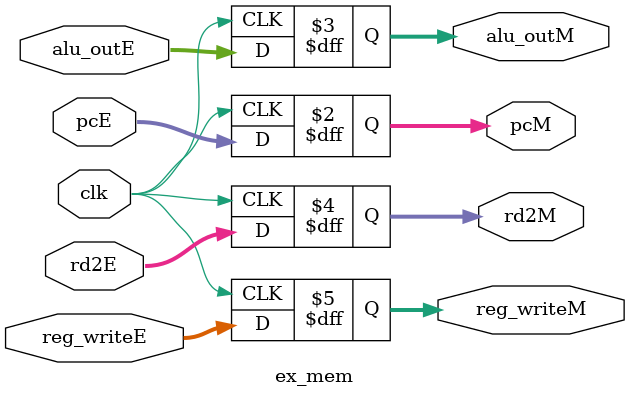
<source format=v>
module ex_mem (
    input wire clk,
    input wire [31:0] pcE,
    input wire [31:0] alu_outE,
    input wire [31:0] rd2E,
    input wire [4:0] reg_writeE,

    output reg [31:0] pcM,
    output reg [31:0] alu_outM,
    output reg [31:0] rd2M,
    output reg [4:0] reg_writeM
);
    always @(posedge clk) begin
		pcM <= pcE;
		alu_outM <= alu_outE;
		rd2M <= rd2E;
		reg_writeM <= reg_writeE;
    end
endmodule
</source>
